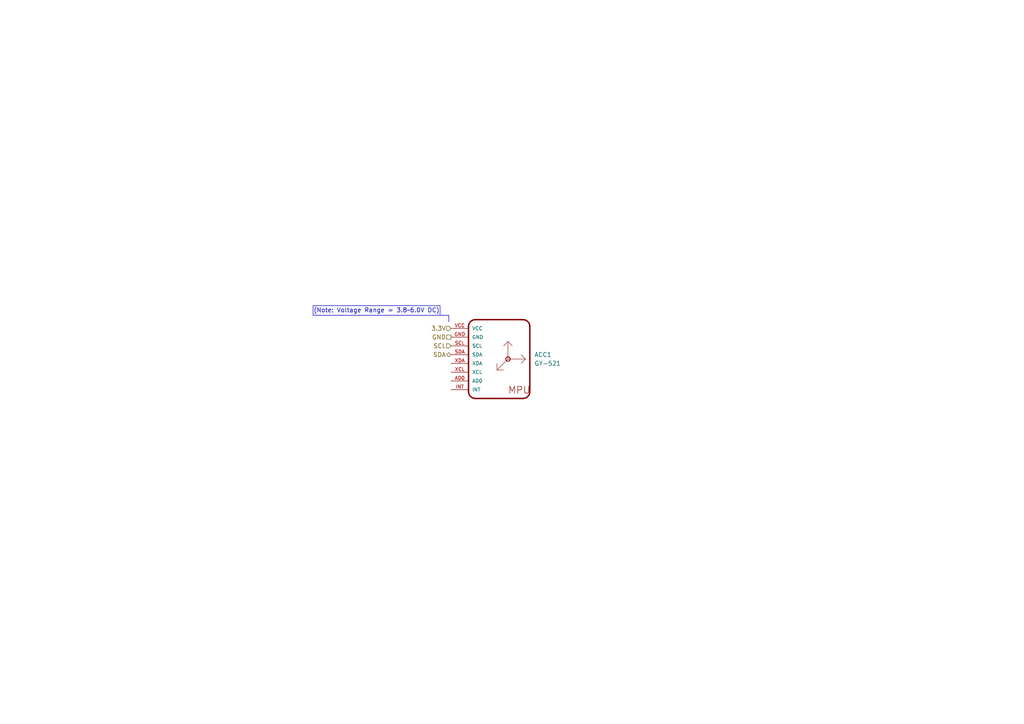
<source format=kicad_sch>
(kicad_sch (version 20231120) (generator "eeschema") (generator_version "8.0")
  (paper "A4")
  (lib_symbols
    (symbol "GY-521:GY-521" (pin_names (offset 1.016))
      (property "Reference" "ACC" (at -9.652 11.938 0))
      (property "Value" "GY-521" (at 4.572 -11.938 0))
      (symbol "GY-521_0_0"
        (arc (start -11.43 -9.43) (mid -10.8442 -10.8442) (end -9.43 -11.43) (stroke (width 0.4064)))
        (arc (start -9.43 11.43) (mid -10.8442 10.8442) (end -11.43 9.43) (stroke (width 0.4064)))
        (polyline (pts (xy -11.43 -9.43) (xy -11.43 9.43)) (stroke (width 0.4064)))
        (polyline (pts (xy -9.43 11.43) (xy 4.35 11.43)) (stroke (width 0.4064)))
        (polyline (pts (xy -3.175 -3.175) (xy -3.175 -1.27)) (stroke (width 0.127)))
        (polyline (pts (xy -3.175 -3.175) (xy -1.27 -3.175)) (stroke (width 0.127)))
        (polyline (pts (xy 0 0) (xy -3.175 -3.175)) (stroke (width 0.127)))
        (polyline (pts (xy 0 0) (xy 0 5.08)) (stroke (width 0.127)))
        (polyline (pts (xy 0 0) (xy 5.08 0)) (stroke (width 0.127)))
        (polyline (pts (xy 0 5.08) (xy -1.27 3.81)) (stroke (width 0.127)))
        (polyline (pts (xy 1.27 3.81) (xy 0 5.08)) (stroke (width 0.127)))
        (polyline (pts (xy 3.81 1.27) (xy 5.08 0)) (stroke (width 0.127)))
        (polyline (pts (xy 4.35 -11.43) (xy -9.43 -11.43)) (stroke (width 0.4064)))
        (polyline (pts (xy 5.08 0) (xy 3.81 -1.27)) (stroke (width 0.127)))
        (polyline (pts (xy 6.35 9.43) (xy 6.35 -9.43)) (stroke (width 0.4064)))
        (circle (center 0 0) (radius 0.635) (stroke (width 0.254)))
        (arc (start 4.35 -11.43) (mid 5.7642 -10.8442) (end 6.35 -9.43) (stroke (width 0.4064)))
        (arc (start 6.35 9.43) (mid 5.7642 10.8442) (end 4.35 11.43) (stroke (width 0.4064)))
        (text "MPU" (at 0 -10.16 0) (effects (font (size 2 2)) (justify left bottom)))
        (pin bidirectional line (at -16.51 -6.35 0) (length 5.08) (name "AD0") (number "AD0"))
        (pin power_in line (at -16.51 6.35 0) (length 5.08) (name "GND") (number "GND"))
        (pin bidirectional line (at -16.51 -8.89 0) (length 5.08) (name "INT") (number "INT"))
        (pin bidirectional line (at -16.51 3.81 0) (length 5.08) (name "SCL") (number "SCL"))
        (pin bidirectional line (at -16.51 1.27 0) (length 5.08) (name "SDA") (number "SDA"))
        (pin power_in line (at -16.51 8.89 0) (length 5.08) (name "VCC") (number "VCC"))
        (pin bidirectional line (at -16.51 -3.81 0) (length 5.08) (name "XCL") (number "XCL"))
        (pin bidirectional line (at -16.51 -1.27 0) (length 5.08) (name "XDA") (number "XDA"))
      )
    )
  )
  (polyline (pts (xy 127.635 91.44) (xy 130.175 91.44)))
  (polyline (pts (xy 130.175 91.44) (xy 130.175 93.345)))
  (rectangle (start 90.805 88.646) (end 127.635 91.44))
  (text "(Note: Voltage Range = 3.8~6.0V DC)" (at 109.22 90.17 0) (effects (font (size 1.27 1.27))))
  (hierarchical_label "GND" (shape passive) (at 130.81 97.79 180))
  (hierarchical_label "SCL" (shape input) (at 130.81 100.33 180))
  (hierarchical_label "SDA" (shape bidirectional) (at 130.81 102.87 180))
  (hierarchical_label "3.3V" (shape input) (at 130.81 95.25 180))
  (symbol (lib_id "GY-521:GY-521") (at 147.32 104.14 0) (unit 1)
    (property "Reference" "ACC1" (at 154.94 102.8699 0) (effects (justify left)))
    (property "Value" "GY-521" (at 154.94 105.4099 0) (effects (justify left)))
    (property "Footprint" "ESP-v3locirap2rs_footprints:GY-521" (effects (hide yes)))
    (property "MF" "GODREAM FORDREAM CO., LIMITED" (effects (hide yes)))
    (property "Description_1" "\n                        \n                            Triple Axis Accelerometer Gyro Breakout\n                        \n" (effects (hide yes)))
    (property "Package" "Package" (effects (hide yes)))
    (property "Price" "None" (effects (hide yes)))
    (property "SnapEDA_Link" "https://www.snapeda.com/parts/GY-521/GODREAM+FORDREAM+CO.%252C+LIMITED/view-part/?ref=snap" (effects (hide yes)))
    (property "MP" "GY-521" (effects (hide yes)))
    (property "Availability" "Not in stock" (effects (hide yes)))
    (property "Check_prices" "https://www.snapeda.com/parts/GY-521/GODREAM+FORDREAM+CO.%252C+LIMITED/view-part/?ref=eda" (effects (hide yes)))
  )
)
</source>
